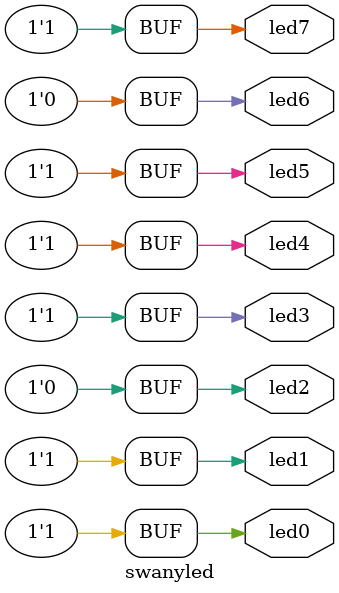
<source format=v>

module swanyled(output wire led0,
                output wire led1,
                output wire led2,
                output wire led3,
                output wire led4,
                output wire led5,
                output wire led6,
                output wire led7);

assign led0 = 1'b1;
assign led1 = 1'b1;
assign led2 = 1'b0;
assign led3 = 1'b1;
assign led4 = 1'b1;
assign led5 = 1'b1;
assign led6 = 1'b0;
assign led7 = 1'b1;

endmodule

</source>
